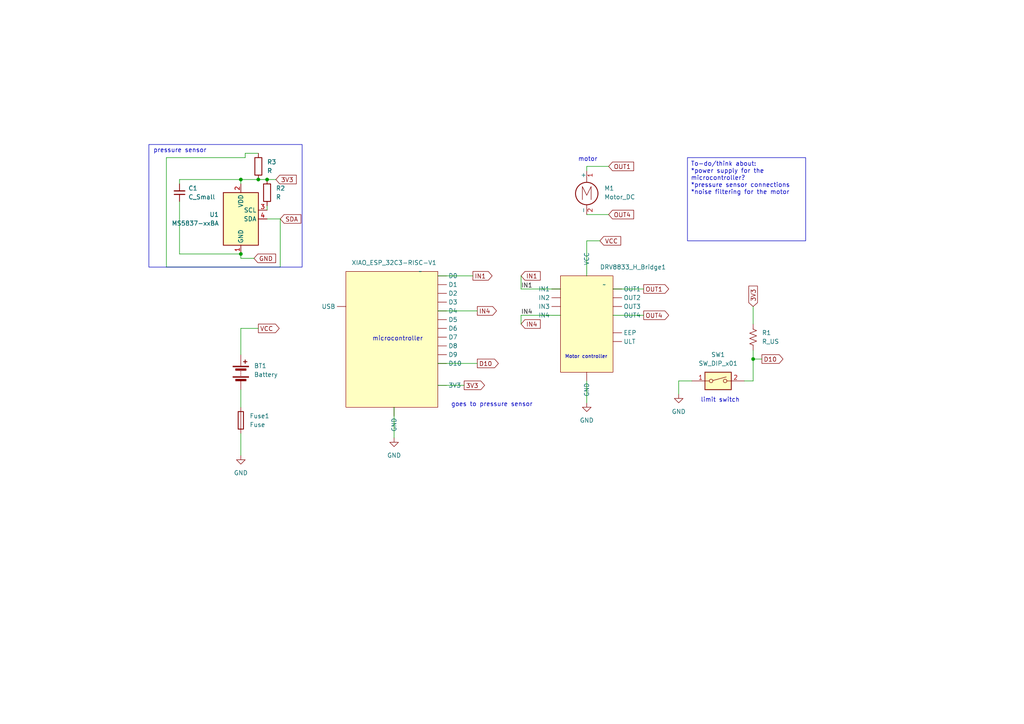
<source format=kicad_sch>
(kicad_sch (version 20230121) (generator eeschema)
  (paper "A4")
  (lib_symbols
    (symbol "Device:Battery" (pin_numbers hide) (pin_names (offset 0) hide)
      (property "Reference" "BT" (at 2.54 2.54 0))
      (property "Value" "Battery" (at 2.54 0 0))
      (symbol "Battery_0_1"
        (rectangle (start -2.286 -1.27) (end 2.286 -1.524) (fill (type outline)))
        (rectangle (start -2.286 1.778) (end 2.286 1.524) (fill (type outline)))
        (rectangle (start -1.524 -2.032) (end 1.524 -2.54) (fill (type outline)))
        (rectangle (start -1.524 1.016) (end 1.524 0.508) (fill (type outline)))
        (polyline (pts (xy 0 -1.016) (xy 0 -0.762)))
        (polyline (pts (xy 0 -0.508) (xy 0 -0.254)))
        (polyline (pts (xy 0 0) (xy 0 0.254)))
        (polyline (pts (xy 0 1.778) (xy 0 2.54)))
        (polyline (pts (xy 0.762 3.048) (xy 1.778 3.048)) (stroke (width 0.254)))
        (polyline (pts (xy 1.27 3.556) (xy 1.27 2.54)) (stroke (width 0.254)))
      )
      (symbol "Battery_1_1"
        (pin passive line (at 0 5.08 270) (length 2.54) (name "+") (number "1"))
        (pin passive line (at 0 -5.08 90) (length 2.54) (name "-") (number "2"))
      )
    )
    (symbol "Device:C_Small" (pin_numbers hide) (pin_names (offset 0.254) hide)
      (property "Reference" "C" (at 0.254 1.778 0))
      (property "Value" "C_Small" (at 0.254 -2.032 0))
      (symbol "C_Small_0_1"
        (polyline (pts (xy -1.524 -0.508) (xy 1.524 -0.508)) (stroke (width 0.3302)))
        (polyline (pts (xy -1.524 0.508) (xy 1.524 0.508)) (stroke (width 0.3048)))
      )
      (symbol "C_Small_1_1"
        (pin passive line (at 0 2.54 270) (length 2.032) (name "~") (number "1"))
        (pin passive line (at 0 -2.54 90) (length 2.032) (name "~") (number "2"))
      )
    )
    (symbol "Device:Fuse" (pin_numbers hide) (pin_names (offset 0))
      (property "Reference" "F" (at 2.032 0 90))
      (property "Value" "Fuse" (at -1.905 0 90))
      (symbol "Fuse_0_1"
        (rectangle (start -0.762 -2.54) (end 0.762 2.54) (stroke (width 0.254)))
        (polyline (pts (xy 0 2.54) (xy 0 -2.54)))
      )
      (symbol "Fuse_1_1"
        (pin passive line (at 0 3.81 270) (length 1.27) (name "~") (number "1"))
        (pin passive line (at 0 -3.81 90) (length 1.27) (name "~") (number "2"))
      )
    )
    (symbol "Device:R" (pin_numbers hide) (pin_names (offset 0))
      (property "Reference" "R" (at 2.032 0 90))
      (property "Value" "R" (at 0 0 90))
      (symbol "R_0_1"
        (rectangle (start -1.016 -2.54) (end 1.016 2.54) (stroke (width 0.254)))
      )
      (symbol "R_1_1"
        (pin passive line (at 0 3.81 270) (length 1.27) (name "~") (number "1"))
        (pin passive line (at 0 -3.81 90) (length 1.27) (name "~") (number "2"))
      )
    )
    (symbol "Device:R_US" (pin_numbers hide) (pin_names (offset 0))
      (property "Reference" "R" (at 2.54 0 90))
      (property "Value" "R_US" (at -2.54 0 90))
      (symbol "R_US_0_1"
        (polyline (pts (xy 0 -2.286) (xy 0 -2.54)))
        (polyline (pts (xy 0 2.286) (xy 0 2.54)))
        (polyline (pts (xy 0 -0.762) (xy 1.016 -1.143) (xy 0 -1.524) (xy -1.016 -1.905) (xy 0 -2.286)))
        (polyline (pts (xy 0 0.762) (xy 1.016 0.381) (xy 0 0) (xy -1.016 -0.381) (xy 0 -0.762)))
        (polyline (pts (xy 0 2.286) (xy 1.016 1.905) (xy 0 1.524) (xy -1.016 1.143) (xy 0 0.762)))
      )
      (symbol "R_US_1_1"
        (pin passive line (at 0 3.81 270) (length 1.27) (name "~") (number "1"))
        (pin passive line (at 0 -3.81 90) (length 1.27) (name "~") (number "2"))
      )
    )
    (symbol "Motor:Motor_DC" (pin_names (offset 0))
      (property "Reference" "M" (at 2.54 2.54 0))
      (property "Value" "Motor_DC" (at 2.54 -5.08 0))
      (symbol "Motor_DC_0_0"
        (polyline (pts (xy -1.27 -3.302) (xy -1.27 0.508) (xy 0 -2.032) (xy 1.27 0.508) (xy 1.27 -3.302)))
      )
      (symbol "Motor_DC_0_1"
        (circle (center 0 -1.524) (radius 3.2512) (stroke (width 0.254)))
        (polyline (pts (xy 0 -7.62) (xy 0 -7.112)))
        (polyline (pts (xy 0 -4.7752) (xy 0 -5.1816)))
        (polyline (pts (xy 0 1.7272) (xy 0 2.0828)))
        (polyline (pts (xy 0 2.032) (xy 0 2.54)))
      )
      (symbol "Motor_DC_1_1"
        (pin passive line (at 0 5.08 270) (length 2.54) (name "+") (number "1"))
        (pin passive line (at 0 -7.62 90) (length 2.54) (name "-") (number "2"))
      )
    )
    (symbol "Nano-Flat Schematic Library:DRV8833_H_Bridge"
      (property "Reference" "U" (at 0 5.08 0))
      (symbol "DRV8833_H_Bridge_1_1"
        (rectangle (start -12.7 2.54) (end 2.54 -25.4) (fill (type background)))
        (pin output line (at 2.54 -13.97 0) (length 2.54) (name "EEP") (number ""))
        (pin power_out line (at -5.08 -25.4 270) (length 2.54) (name "GND") (number ""))
        (pin input line (at -12.7 -1.27 180) (length 2.54) (name "IN1") (number ""))
        (pin input line (at -12.7 -3.81 180) (length 2.54) (name "IN2") (number ""))
        (pin input line (at -12.7 -6.35 180) (length 2.54) (name "IN3") (number ""))
        (pin input line (at -12.7 -8.89 180) (length 2.54) (name "IN4") (number ""))
        (pin output line (at 2.54 -1.27 0) (length 2.54) (name "OUT1") (number ""))
        (pin output line (at 2.54 -3.81 0) (length 2.54) (name "OUT2") (number ""))
        (pin output line (at 2.54 -6.35 0) (length 2.54) (name "OUT3") (number ""))
        (pin output line (at 2.54 -8.89 0) (length 2.54) (name "OUT4") (number ""))
        (pin output line (at 2.54 -16.51 0) (length 2.54) (name "ULT") (number ""))
        (pin power_in line (at -5.08 2.54 90) (length 2.54) (name "VCC") (number ""))
      )
    )
    (symbol "Nano-Flat Schematic Library:XIAO_ESP_32C3-RISC-V"
      (property "Reference" "U" (at 0 5.08 0))
      (symbol "XIAO_ESP_32C3-RISC-V_1_1"
        (rectangle (start -21.59 0) (end 5.08 -39.37) (fill (type background)))
        (pin output line (at 5.08 -33.02 0) (length 2.54) (name "3V3") (number ""))
        (pin bidirectional line (at 5.08 -1.27 0) (length 2.54) (name "D0") (number ""))
        (pin bidirectional line (at 5.08 -3.81 0) (length 2.54) (name "D1") (number ""))
        (pin bidirectional line (at 5.08 -26.67 0) (length 2.54) (name "D10") (number ""))
        (pin bidirectional line (at 5.08 -6.35 0) (length 2.54) (name "D2") (number ""))
        (pin bidirectional line (at 5.08 -8.89 0) (length 2.54) (name "D3") (number ""))
        (pin bidirectional line (at 5.08 -11.43 0) (length 2.54) (name "D4") (number ""))
        (pin bidirectional line (at 5.08 -13.97 0) (length 2.54) (name "D5") (number ""))
        (pin bidirectional line (at 5.08 -16.51 0) (length 2.54) (name "D6") (number ""))
        (pin bidirectional line (at 5.08 -19.05 0) (length 2.54) (name "D7") (number ""))
        (pin bidirectional line (at 5.08 -21.59 0) (length 2.54) (name "D8") (number ""))
        (pin bidirectional line (at 5.08 -24.13 0) (length 2.54) (name "D9") (number ""))
        (pin power_out line (at -7.62 -39.37 270) (length 2.54) (name "GND") (number ""))
        (pin input line (at -21.59 -10.16 180) (length 2.54) (name "USB") (number ""))
      )
    )
    (symbol "Sensor_Pressure:MS5837-xxBA"
      (property "Reference" "U" (at 1.27 11.43 0))
      (property "Value" "MS5837-xxBA" (at 1.27 8.89 0))
      (symbol "MS5837-xxBA_0_1"
        (rectangle (start -5.08 7.62) (end 5.08 -7.62) (stroke (width 0.254)) (fill (type background)))
      )
      (symbol "MS5837-xxBA_1_1"
        (pin power_in line (at 0 -10.16 90) (length 2.54) (name "GND") (number "1"))
        (pin power_in line (at 0 10.16 270) (length 2.54) (name "VDD") (number "2"))
        (pin passive line (at 7.62 2.54 180) (length 2.54) (name "SCL") (number "3"))
        (pin bidirectional line (at 7.62 0 180) (length 2.54) (name "SDA") (number "4"))
      )
    )
    (symbol "Switch:SW_DIP_x01" (pin_names (offset 0) hide)
      (property "Reference" "SW" (at 0 3.81 0))
      (property "Value" "SW_DIP_x01" (at 0 -3.81 0))
      (symbol "SW_DIP_x01_0_0"
        (circle (center -2.032 0) (radius 0.508))
        (polyline (pts (xy -1.524 0.127) (xy 2.3622 1.1684)))
        (circle (center 2.032 0) (radius 0.508))
      )
      (symbol "SW_DIP_x01_0_1"
        (rectangle (start -3.81 2.54) (end 3.81 -2.54) (stroke (width 0.254)) (fill (type background)))
      )
      (symbol "SW_DIP_x01_1_1"
        (pin passive line (at -7.62 0 0) (length 5.08) (name "~") (number "1"))
        (pin passive line (at 7.62 0 180) (length 5.08) (name "~") (number "2"))
      )
    )
    (symbol "power:GND" (power) (pin_names (offset 0))
      (property "Value" "GND" (at 0 -3.81 0))
      (symbol "GND_0_1"
        (polyline (pts (xy 0 0) (xy 0 -1.27) (xy 1.27 -1.27) (xy 0 -2.54) (xy -1.27 -1.27) (xy 0 -1.27)))
      )
      (symbol "GND_1_1"
        (pin power_in line (at 0 0 270) (length 0) hide (name "GND") (number "1"))
      )
    )
  )
  (junction (at 77.47 52.07))
  (junction (at 69.85 52.07))
  (junction (at 69.85 73.66))
  (junction (at 74.93 52.07))
  (junction (at 218.44 104.14))
  (wire (pts (xy 77.47 52.07) (xy 80.01 52.07)))
  (wire (pts (xy 69.85 52.07) (xy 74.93 52.07)))
  (wire (pts (xy 69.85 74.93) (xy 69.85 73.66)))
  (wire (pts (xy 151.13 91.44) (xy 162.56 91.44)))
  (wire (pts (xy 218.44 88.9) (xy 218.44 93.98)))
  (wire (pts (xy 73.66 74.93) (xy 69.85 74.93)))
  (wire (pts (xy 114.3 118.11) (xy 114.3 127)))
  (wire (pts (xy 215.9 110.49) (xy 218.44 110.49)))
  (wire (pts (xy 127 105.41) (xy 138.43 105.41)))
  (wire (pts (xy 52.07 53.34) (xy 52.07 52.07)))
  (wire (pts (xy 151.13 83.82) (xy 162.56 83.82)))
  (wire (pts (xy 74.93 52.07) (xy 77.47 52.07)))
  (wire (pts (xy 177.8 83.82) (xy 186.69 83.82)))
  (wire (pts (xy 200.66 110.49) (xy 196.85 110.49)))
  (wire (pts (xy 151.13 91.44) (xy 151.13 93.98)))
  (wire (pts (xy 127 90.17) (xy 138.43 90.17)))
  (wire (pts (xy 173.99 69.85) (xy 170.18 69.85)))
  (wire (pts (xy 48.26 77.47) (xy 48.26 45.72)))
  (wire (pts (xy 69.85 95.25) (xy 69.85 102.87)))
  (wire (pts (xy 170.18 48.26) (xy 176.53 48.26)))
  (wire (pts (xy 81.28 77.47) (xy 48.26 77.47)))
  (wire (pts (xy 77.47 59.69) (xy 77.47 60.96)))
  (wire (pts (xy 48.26 45.72) (xy 71.12 45.72)))
  (wire (pts (xy 52.07 52.07) (xy 69.85 52.07)))
  (wire (pts (xy 151.13 80.01) (xy 151.13 83.82)))
  (wire (pts (xy 196.85 110.49) (xy 196.85 114.3)))
  (wire (pts (xy 74.93 95.25) (xy 69.85 95.25)))
  (wire (pts (xy 170.18 62.23) (xy 176.53 62.23)))
  (wire (pts (xy 71.12 44.45) (xy 74.93 44.45)))
  (wire (pts (xy 81.28 63.5) (xy 81.28 77.47)))
  (wire (pts (xy 170.18 69.85) (xy 170.18 80.01)))
  (wire (pts (xy 218.44 110.49) (xy 218.44 104.14)))
  (wire (pts (xy 69.85 113.03) (xy 69.85 118.11)))
  (wire (pts (xy 170.18 48.26) (xy 170.18 49.53)))
  (wire (pts (xy 177.8 91.44) (xy 186.69 91.44)))
  (wire (pts (xy 218.44 104.14) (xy 218.44 101.6)))
  (wire (pts (xy 69.85 125.73) (xy 69.85 132.08)))
  (wire (pts (xy 52.07 73.66) (xy 69.85 73.66)))
  (wire (pts (xy 127 111.76) (xy 134.62 111.76)))
  (wire (pts (xy 170.18 110.49) (xy 170.18 116.84)))
  (wire (pts (xy 77.47 63.5) (xy 81.28 63.5)))
  (wire (pts (xy 71.12 45.72) (xy 71.12 44.45)))
  (wire (pts (xy 69.85 53.34) (xy 69.85 52.07)))
  (wire (pts (xy 52.07 58.42) (xy 52.07 73.66)))
  (wire (pts (xy 218.44 104.14) (xy 220.98 104.14)))
  (wire (pts (xy 127 80.01) (xy 137.16 80.01)))
  (rectangle (start 43.18 41.91) (end 87.63 77.47))
  (text_box "To-do/think about:\n*power supply for the microcontroller?\n*pressure sensor connections\n*noise filtering for the motor\n" (at 199.39 45.72 0) (size 34.29 24.13) (effects (font (size 1.27 1.27)) (justify left top)))
  (text "Motor controller\n" (at 163.83 104.14 0) (effects (font (size 1 1)) (justify left bottom)))
  (text "goes to pressure sensor\n" (at 130.81 118.11 0) (effects (font (size 1.27 1.27)) (justify left bottom)))
  (text "pressure sensor\n" (at 44.45 44.45 0) (effects (font (size 1.27 1.27)) (justify left bottom)))
  (text "limit switch\n" (at 203.2 116.84 0) (effects (font (size 1.27 1.27)) (justify left bottom)))
  (text "motor\n" (at 167.64 46.99 0) (effects (font (size 1.27 1.27)) (justify left bottom)))
  (text "microcontroller\n" (at 107.95 99.06 0) (effects (font (size 1.27 1.27)) (justify left bottom)))
  (label "IN1" (at 151.13 83.82 0))
  (label "IN4" (at 151.13 91.44 0))
  (global_label "D10" (shape output) (at 220.98 104.14 0) (property "Intersheetrefs" "${INTERSHEET_REFS}" (effects hide)))
  (global_label "OUT1" (shape input) (at 176.53 48.26 0) (property "Intersheetrefs" "${INTERSHEET_REFS}" (effects hide)))
  (global_label "VCC" (shape output) (at 74.93 95.25 0) (property "Intersheetrefs" "${INTERSHEET_REFS}" (effects hide)))
  (global_label "IN1" (shape input) (at 151.13 80.01 0) (property "Intersheetrefs" "${INTERSHEET_REFS}" (effects hide)))
  (global_label "3V3" (shape input) (at 218.44 88.9 90) (property "Intersheetrefs" "${INTERSHEET_REFS}" (effects hide)))
  (global_label "VCC" (shape input) (at 173.99 69.85 0) (property "Intersheetrefs" "${INTERSHEET_REFS}" (effects hide)))
  (global_label "IN4" (shape output) (at 138.43 90.17 0) (property "Intersheetrefs" "${INTERSHEET_REFS}" (effects hide)))
  (global_label "IN4" (shape input) (at 151.13 93.98 0) (property "Intersheetrefs" "${INTERSHEET_REFS}" (effects hide)))
  (global_label "D10" (shape output) (at 138.43 105.41 0) (property "Intersheetrefs" "${INTERSHEET_REFS}" (effects hide)))
  (global_label "IN1" (shape output) (at 137.16 80.01 0) (property "Intersheetrefs" "${INTERSHEET_REFS}" (effects hide)))
  (global_label "3V3" (shape output) (at 134.62 111.76 0) (property "Intersheetrefs" "${INTERSHEET_REFS}" (effects hide)))
  (global_label "SDA" (shape input) (at 81.28 63.5 0) (property "Intersheetrefs" "${INTERSHEET_REFS}" (effects hide)))
  (global_label "GND" (shape input) (at 73.66 74.93 0) (property "Intersheetrefs" "${INTERSHEET_REFS}" (effects hide)))
  (global_label "OUT4" (shape output) (at 186.69 91.44 0) (property "Intersheetrefs" "${INTERSHEET_REFS}" (effects hide)))
  (global_label "OUT1" (shape output) (at 186.69 83.82 0) (property "Intersheetrefs" "${INTERSHEET_REFS}" (effects hide)))
  (global_label "3V3" (shape input) (at 80.01 52.07 0) (property "Intersheetrefs" "${INTERSHEET_REFS}" (effects hide)))
  (global_label "OUT4" (shape input) (at 176.53 62.23 0) (property "Intersheetrefs" "${INTERSHEET_REFS}" (effects hide)))
  (symbol (lib_id "Device:Battery") (at 69.85 107.95 0) (unit 1)
    (property "Reference" "BT1" (at 73.66 106.1085 0) (effects (justify left)))
    (property "Value" "Battery" (at 73.66 108.6485 0) (effects (justify left)))
    (property "Footprint" "Battery:Battery_Panasonic_CR1025-VSK_Vertical_CircularHoles" (effects hide))
  )
  (symbol (lib_id "Device:R") (at 74.93 48.26 0) (unit 1)
    (property "Reference" "R3" (at 77.47 46.99 0) (effects (justify left)))
    (property "Value" "R" (at 77.47 49.53 0) (effects (justify left)))
  )
  (symbol (lib_id "Sensor_Pressure:MS5837-xxBA") (at 69.85 63.5 0) (unit 1)
    (property "Reference" "U1" (at 63.5 62.23 0) (effects (justify right)))
    (property "Value" "MS5837-xxBA" (at 63.5 64.77 0) (effects (justify right)))
    (property "Footprint" "Sensor_Pressure:TE_MS5837-xxBA" (effects hide))
    (property "Datasheet" "https://www.te.com/commerce/DocumentDelivery/DDEController?Action=showdoc&DocId=Data+Sheet%7FMS5837-30BA%7FB1%7Fpdf%7FEnglish%7FENG_DS_MS5837-30BA_B1.pdf%7FCAT-BLPS0017" (effects hide))
  )
  (symbol (lib_id "power:GND") (at 69.85 132.08 0) (unit 1)
    (property "Reference" "#PWR01" (effects hide))
    (property "Value" "GND" (at 69.85 137.16 0))
  )
  (symbol (lib_id "power:GND") (at 170.18 116.84 0) (unit 1)
    (property "Reference" "#PWR03" (effects hide))
    (property "Value" "GND" (at 170.18 121.92 0))
  )
  (symbol (lib_id "Switch:SW_DIP_x01") (at 208.28 110.49 0) (unit 1)
    (property "Reference" "SW1" (at 208.28 102.87 0))
    (property "Value" "SW_DIP_x01" (at 208.28 105.41 0))
    (property "Footprint" "Nano-Float_Schematic:SW_ESE-22MV21T" (effects hide))
  )
  (symbol (lib_id "Motor:Motor_DC") (at 170.18 54.61 0) (unit 1)
    (property "Reference" "M1" (at 175.26 54.61 0) (effects (justify left)))
    (property "Value" "Motor_DC" (at 175.26 57.15 0) (effects (justify left)))
    (property "Footprint" "Connector_PinHeader_2.54mm:PinHeader_2x01_P2.54mm_Vertical" (effects hide))
  )
  (symbol (lib_id "power:GND") (at 196.85 114.3 0) (unit 1)
    (property "Reference" "#PWR04" (effects hide))
    (property "Value" "GND" (at 196.85 119.38 0))
  )
  (symbol (lib_id "Device:C_Small") (at 52.07 55.88 180) (unit 1)
    (property "Reference" "C1" (at 54.61 54.6036 0) (effects (justify right)))
    (property "Value" "C_Small" (at 54.61 57.1436 0) (effects (justify right)))
  )
  (symbol (lib_id "Device:R") (at 77.47 55.88 180) (unit 1)
    (property "Reference" "R2" (at 80.01 54.61 0) (effects (justify right)))
    (property "Value" "R" (at 80.01 57.15 0) (effects (justify right)))
  )
  (symbol (lib_id "power:GND") (at 114.3 127 0) (unit 1)
    (property "Reference" "#PWR02" (effects hide))
    (property "Value" "GND" (at 114.3 132.08 0))
  )
  (symbol (lib_id "Device:R_US") (at 218.44 97.79 0) (unit 1)
    (property "Reference" "R1" (at 220.98 96.52 0) (effects (justify left)))
    (property "Value" "R_US" (at 220.98 99.06 0) (effects (justify left)))
    (property "Footprint" "Resistor_THT:R_Axial_DIN0207_L6.3mm_D2.5mm_P10.16mm_Horizontal" (effects hide))
  )
  (symbol (lib_id "Nano-Flat Schematic Library:DRV8833_H_Bridge") (at 175.26 82.55 0) (unit 1)
    (property "Reference" "DRV8833_H_Bridge1" (at 173.99 77.47 0) (effects (justify left)))
    (property "Value" "~" (at 175.26 82.55 0))
    (property "Footprint" "Nano-Float_Schematic:SOT5X3-6_DRL_TEX" (effects hide))
  )
  (symbol (lib_id "Device:Fuse") (at 69.85 121.92 0) (unit 1)
    (property "Reference" "Fuse1" (at 72.39 120.65 0) (effects (justify left)))
    (property "Value" "Fuse" (at 72.39 123.19 0) (effects (justify left)))
    (property "Footprint" "Fuse:Fuseholder_Blade_ATO_Littelfuse_Pudenz_2_Pin" (effects hide))
  )
  (symbol (lib_id "Nano-Flat Schematic Library:XIAO_ESP_32C3-RISC-V") (at 121.92 78.74 0) (unit 1)
    (property "Reference" "XIAO_ESP_32C3-RISC-V1" (at 114.3 76.2 0))
    (property "Value" "~" (at 121.92 78.74 0))
    (property "Footprint" "Nano-Float_Schematic:MODULE_102010388" (effects hide))
  )
)
</source>
